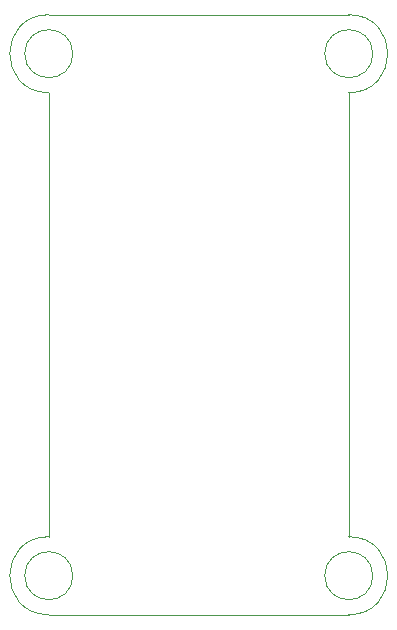
<source format=gbr>
G04 #@! TF.GenerationSoftware,KiCad,Pcbnew,(5.1.5)-3*
G04 #@! TF.CreationDate,2020-03-11T21:27:21-07:00*
G04 #@! TF.ProjectId,lab3,6c616233-2e6b-4696-9361-645f70636258,v01*
G04 #@! TF.SameCoordinates,Original*
G04 #@! TF.FileFunction,Profile,NP*
%FSLAX46Y46*%
G04 Gerber Fmt 4.6, Leading zero omitted, Abs format (unit mm)*
G04 Created by KiCad (PCBNEW (5.1.5)-3) date 2020-03-11 21:27:21*
%MOMM*%
%LPD*%
G04 APERTURE LIST*
%ADD10C,0.050000*%
G04 APERTURE END LIST*
D10*
X165100000Y-59944000D02*
G75*
G03X165100000Y-59944000I-2032000J0D01*
G01*
X139700000Y-59944000D02*
G75*
G03X139700000Y-59944000I-2032000J0D01*
G01*
X139700000Y-104140000D02*
G75*
G03X139700000Y-104140000I-2032000J0D01*
G01*
X165100000Y-104140000D02*
G75*
G03X165100000Y-104140000I-2032000J0D01*
G01*
X163068000Y-100838000D02*
G75*
G02X163068000Y-107442000I0J-3302000D01*
G01*
X137668000Y-107442000D02*
G75*
G02X137668000Y-100838000I0J3302000D01*
G01*
X137668000Y-63246000D02*
G75*
G02X137668000Y-56642000I0J3302000D01*
G01*
X163068000Y-56642000D02*
G75*
G02X163068000Y-63246000I0J-3302000D01*
G01*
X163068000Y-63246000D02*
X163068000Y-100838000D01*
X137668000Y-107442000D02*
X163068000Y-107442000D01*
X137668000Y-63246000D02*
X137668000Y-100838000D01*
X137668000Y-56642000D02*
X163068000Y-56642000D01*
M02*

</source>
